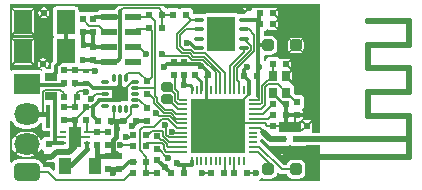
<source format=gtl>
G04 Layer_Physical_Order=1*
G04 Layer_Color=1462238*
%FSLAX25Y25*%
%MOIN*%
G70*
G01*
G75*
G04:AMPARAMS|DCode=10|XSize=19.68mil|YSize=39.37mil|CornerRadius=4.92mil|HoleSize=0mil|Usage=FLASHONLY|Rotation=90.000|XOffset=0mil|YOffset=0mil|HoleType=Round|Shape=RoundedRectangle|*
%AMROUNDEDRECTD10*
21,1,0.01968,0.02953,0,0,90.0*
21,1,0.00984,0.03937,0,0,90.0*
1,1,0.00984,0.01476,0.00492*
1,1,0.00984,0.01476,-0.00492*
1,1,0.00984,-0.01476,-0.00492*
1,1,0.00984,-0.01476,0.00492*
%
%ADD10ROUNDEDRECTD10*%
%ADD11R,0.02362X0.02362*%
G04:AMPARAMS|DCode=12|XSize=39.37mil|YSize=39.37mil|CornerRadius=9.84mil|HoleSize=0mil|Usage=FLASHONLY|Rotation=180.000|XOffset=0mil|YOffset=0mil|HoleType=Round|Shape=RoundedRectangle|*
%AMROUNDEDRECTD12*
21,1,0.03937,0.01968,0,0,180.0*
21,1,0.01968,0.03937,0,0,180.0*
1,1,0.01968,-0.00984,0.00984*
1,1,0.01968,0.00984,0.00984*
1,1,0.01968,0.00984,-0.00984*
1,1,0.01968,-0.00984,-0.00984*
%
%ADD12ROUNDEDRECTD12*%
%ADD13R,0.02953X0.03347*%
%ADD14O,0.03150X0.01575*%
%ADD15R,0.09449X0.11811*%
%ADD16O,0.00787X0.03150*%
%ADD17O,0.03150X0.00787*%
%ADD18R,0.18110X0.18110*%
%ADD19R,0.02362X0.02362*%
G04:AMPARAMS|DCode=20|XSize=31.5mil|YSize=39.37mil|CornerRadius=7.87mil|HoleSize=0mil|Usage=FLASHONLY|Rotation=270.000|XOffset=0mil|YOffset=0mil|HoleType=Round|Shape=RoundedRectangle|*
%AMROUNDEDRECTD20*
21,1,0.03150,0.02362,0,0,270.0*
21,1,0.01575,0.03937,0,0,270.0*
1,1,0.01575,-0.01181,-0.00787*
1,1,0.01575,-0.01181,0.00787*
1,1,0.01575,0.01181,0.00787*
1,1,0.01575,0.01181,-0.00787*
%
%ADD20ROUNDEDRECTD20*%
%ADD21R,0.06299X0.07874*%
%ADD22R,0.05512X0.02362*%
%ADD23R,0.04331X0.05512*%
%ADD24R,0.01378X0.01378*%
%ADD25R,0.01968X0.00984*%
%ADD26R,0.03937X0.07087*%
G04:AMPARAMS|DCode=27|XSize=59.05mil|YSize=86.61mil|CornerRadius=14.76mil|HoleSize=0mil|Usage=FLASHONLY|Rotation=90.000|XOffset=0mil|YOffset=0mil|HoleType=Round|Shape=RoundedRectangle|*
%AMROUNDEDRECTD27*
21,1,0.05905,0.05709,0,0,90.0*
21,1,0.02953,0.08661,0,0,90.0*
1,1,0.02953,0.02854,0.01476*
1,1,0.02953,0.02854,-0.01476*
1,1,0.02953,-0.02854,-0.01476*
1,1,0.02953,-0.02854,0.01476*
%
%ADD27ROUNDEDRECTD27*%
%ADD28R,0.02165X0.01772*%
%ADD29O,0.03150X0.01181*%
%ADD30O,0.01181X0.03150*%
%ADD31R,0.03937X0.02756*%
%ADD32C,0.01181*%
%ADD33C,0.01968*%
%ADD34C,0.00787*%
%ADD35C,0.01063*%
%ADD36C,0.00984*%
%ADD37C,0.00500*%
%ADD38C,0.01575*%
%ADD39C,0.00866*%
%ADD40C,0.01378*%
%ADD41R,0.04528X0.38583*%
%ADD42R,0.02559X0.03543*%
%ADD43R,0.04724X0.12402*%
%ADD44R,0.05512X0.03150*%
%ADD45R,0.07677X0.03740*%
%ADD46R,0.05512X0.05118*%
%ADD47O,0.08661X0.07087*%
%ADD48R,0.08661X0.07087*%
G04:AMPARAMS|DCode=49|XSize=86.61mil|YSize=59.05mil|CornerRadius=14.76mil|HoleSize=0mil|Usage=FLASHONLY|Rotation=0.000|XOffset=0mil|YOffset=0mil|HoleType=Round|Shape=RoundedRectangle|*
%AMROUNDEDRECTD49*
21,1,0.08661,0.02953,0,0,0.0*
21,1,0.05709,0.05905,0,0,0.0*
1,1,0.02953,0.02854,-0.01476*
1,1,0.02953,-0.02854,-0.01476*
1,1,0.02953,-0.02854,0.01476*
1,1,0.02953,0.02854,0.01476*
%
%ADD49ROUNDEDRECTD49*%
%ADD50C,0.02362*%
G36*
X85250Y12612D02*
X85295Y12582D01*
X85305Y12531D01*
X85566Y12141D01*
X85957Y11880D01*
X86417Y11788D01*
X88779D01*
X88791Y11790D01*
X89092Y11340D01*
X89079Y11321D01*
X88942Y10630D01*
X89079Y9939D01*
X89303Y9603D01*
X90539Y10839D01*
X90748Y10630D01*
X90957Y10839D01*
X92193Y9603D01*
X92417Y9939D01*
X92554Y10630D01*
X92417Y11321D01*
X92661Y11855D01*
X92784Y11880D01*
X93174Y12141D01*
X93440D01*
X93831Y11880D01*
X94291Y11788D01*
X96653D01*
X97114Y11880D01*
X97243Y11965D01*
X97245D01*
X97374Y11880D01*
X97835Y11788D01*
X99804D01*
X100216Y11296D01*
X100162Y11024D01*
X100300Y10332D01*
X100524Y9997D01*
X101760Y11232D01*
X102177Y10815D01*
X100942Y9579D01*
X101277Y9355D01*
X101969Y9217D01*
X102660Y9355D01*
X102847Y9480D01*
X103347Y9212D01*
Y7126D01*
X102847Y6859D01*
X102660Y6984D01*
X101969Y7121D01*
X101277Y6984D01*
X100942Y6759D01*
X102177Y5524D01*
X101969Y5315D01*
X102177Y5106D01*
X100942Y3870D01*
X101277Y3646D01*
X101502Y3601D01*
Y3092D01*
X101277Y3047D01*
X100942Y2822D01*
X102177Y1587D01*
X101760Y1169D01*
X100524Y2405D01*
X100300Y2069D01*
X100162Y1378D01*
X100300Y687D01*
X100424Y500D01*
X100157Y0D01*
X82903D01*
X82854Y500D01*
X83008Y531D01*
X83789Y1052D01*
X83998Y913D01*
X84842Y745D01*
X86811D01*
X87656Y913D01*
X88372Y1392D01*
X88851Y2108D01*
X88942Y2568D01*
X89211Y2701D01*
X89489Y2753D01*
X89937Y2454D01*
X90551Y2331D01*
X90551Y2331D01*
X92207D01*
X92252Y2108D01*
X92730Y1392D01*
X93446Y913D01*
X94291Y745D01*
X96260D01*
X97105Y913D01*
X97821Y1392D01*
X98299Y2108D01*
X98468Y2953D01*
Y4921D01*
X98299Y5766D01*
X97821Y6482D01*
X97105Y6961D01*
X96260Y7129D01*
X94291D01*
X93446Y6961D01*
X92730Y6482D01*
X92252Y5766D01*
X92207Y5543D01*
X91216D01*
X84206Y12553D01*
X83849Y12791D01*
X83889Y12992D01*
X83821Y13334D01*
X84282Y13580D01*
X85250Y12612D01*
D02*
G37*
G36*
X100424Y58555D02*
X100300Y58368D01*
X100162Y57677D01*
X100300Y56986D01*
X100524Y56650D01*
X101760Y57886D01*
X102177Y57468D01*
X100942Y56233D01*
X101277Y56008D01*
X101969Y55871D01*
X102660Y56008D01*
X102847Y56133D01*
X103347Y55866D01*
Y54174D01*
X102847Y53906D01*
X102660Y54031D01*
X101969Y54169D01*
X101277Y54031D01*
X100942Y53807D01*
X102177Y52571D01*
X101969Y52362D01*
X102177Y52153D01*
X100942Y50918D01*
X101277Y50693D01*
X101969Y50556D01*
X102660Y50693D01*
X102847Y50818D01*
X103347Y50551D01*
Y48465D01*
X102847Y48198D01*
X102660Y48322D01*
X101969Y48460D01*
X101277Y48322D01*
X100942Y48098D01*
X102177Y46862D01*
X101969Y46654D01*
X102177Y46445D01*
X100942Y45209D01*
X101277Y44985D01*
X101969Y44847D01*
X102660Y44985D01*
X102847Y45109D01*
X103347Y44842D01*
Y42559D01*
X102847Y42292D01*
X102660Y42417D01*
X101969Y42554D01*
X101277Y42417D01*
X100942Y42193D01*
X102177Y40957D01*
X101969Y40748D01*
X102177Y40539D01*
X100942Y39303D01*
X101277Y39079D01*
X101969Y38942D01*
X102660Y39079D01*
X102847Y39204D01*
X103347Y38937D01*
Y36654D01*
X102847Y36387D01*
X102660Y36511D01*
X101969Y36649D01*
X101277Y36511D01*
X100942Y36287D01*
X102177Y35051D01*
X101969Y34843D01*
X102177Y34634D01*
X100942Y33398D01*
X101277Y33174D01*
X101969Y33036D01*
X102660Y33174D01*
X102847Y33298D01*
X103347Y33031D01*
Y30748D01*
X102847Y30481D01*
X102660Y30606D01*
X101969Y30743D01*
X101277Y30606D01*
X100942Y30382D01*
X102177Y29146D01*
X101969Y28937D01*
X102177Y28728D01*
X100942Y27492D01*
X101277Y27268D01*
X101969Y27131D01*
X102660Y27268D01*
X102847Y27393D01*
X103347Y27126D01*
Y24843D01*
X102847Y24576D01*
X102660Y24700D01*
X101969Y24838D01*
X101277Y24700D01*
X100942Y24476D01*
X102177Y23240D01*
X101969Y23031D01*
X102177Y22823D01*
X100942Y21587D01*
X101277Y21363D01*
X101969Y21225D01*
X102660Y21363D01*
X102847Y21487D01*
X103347Y21220D01*
Y18937D01*
X102847Y18670D01*
X102660Y18795D01*
X101969Y18932D01*
X101336Y18807D01*
X101168Y18853D01*
X100836Y19030D01*
Y19685D01*
X100771Y19842D01*
X99225Y18295D01*
X98807Y18713D01*
X100354Y20259D01*
X100197Y20324D01*
X97835D01*
X97800Y20310D01*
X97418Y20693D01*
X97490Y20866D01*
Y23228D01*
X97344Y23581D01*
X97330Y23784D01*
X97435Y24167D01*
X97702Y24345D01*
X97963Y24736D01*
X98055Y25197D01*
Y27559D01*
X97963Y28020D01*
X97702Y28411D01*
X97311Y28672D01*
X96850Y28763D01*
X95151D01*
X94610Y29304D01*
Y31201D01*
X94518Y31662D01*
X94257Y32052D01*
X93866Y32313D01*
X93763Y32334D01*
X93735Y32619D01*
X91720Y34634D01*
X92126Y35039D01*
X91720Y35445D01*
X93785Y37510D01*
X93734Y37757D01*
X93749Y37795D01*
Y40157D01*
X93685Y40314D01*
X92138Y38768D01*
X91720Y39185D01*
X93267Y40732D01*
X93110Y40797D01*
X90748D01*
X90395Y40651D01*
X90193Y40638D01*
X89810Y40742D01*
X89631Y41009D01*
X89240Y41270D01*
X88779Y41362D01*
X86417D01*
X85957Y41270D01*
X85566Y41009D01*
X85305Y40618D01*
X85243Y40307D01*
X84881Y40112D01*
X84713Y40089D01*
X84602Y40177D01*
Y41886D01*
X84842Y42084D01*
X86811D01*
X87656Y42252D01*
X88372Y42730D01*
X88851Y43446D01*
X89019Y44291D01*
Y46260D01*
X88851Y47105D01*
X88372Y47821D01*
X87656Y48300D01*
X86811Y48468D01*
X84842D01*
X84602Y48665D01*
Y50007D01*
X84910Y50068D01*
X85300Y50330D01*
X85479Y50597D01*
X85862Y50701D01*
X86065Y50688D01*
X86417Y50542D01*
X88779D01*
X88936Y50607D01*
X87390Y52153D01*
X87807Y52571D01*
X89354Y51024D01*
X89419Y51181D01*
Y53543D01*
X89325Y53770D01*
X89257Y54134D01*
X89325Y54498D01*
X89419Y54724D01*
Y57087D01*
X89354Y57243D01*
X87807Y55697D01*
X87390Y56114D01*
X88936Y57661D01*
X88779Y57726D01*
X86417D01*
X86065Y57580D01*
X85862Y57567D01*
X85479Y57671D01*
X85300Y57938D01*
X84910Y58199D01*
X84449Y58291D01*
X82087D01*
X81735Y58221D01*
X81478Y58291D01*
X81354Y58555D01*
X81669Y59055D01*
X100157D01*
X100424Y58555D01*
D02*
G37*
G36*
X598Y19901D02*
X1355Y18914D01*
X2342Y18157D01*
X3491Y17681D01*
X4724Y17518D01*
X6299D01*
X7532Y17681D01*
X8682Y18157D01*
X9669Y18914D01*
X9998Y19343D01*
X10627Y19342D01*
X10712Y19230D01*
X10705Y19193D01*
Y17815D01*
X10797Y17354D01*
X11058Y16963D01*
X11449Y16702D01*
X11909Y16611D01*
X13154D01*
Y14787D01*
X11811D01*
X11350Y14695D01*
X10960Y14434D01*
X10699Y14043D01*
X10662Y13860D01*
X10142Y13809D01*
X9910Y14368D01*
X9429Y14996D01*
X6717Y12284D01*
X9429Y9571D01*
X9910Y10199D01*
X10174Y10835D01*
X10694Y10784D01*
X10699Y10760D01*
X10960Y10369D01*
X11227Y10190D01*
X11331Y9808D01*
X11318Y9605D01*
X11172Y9252D01*
Y6890D01*
X11237Y6733D01*
X12783Y8280D01*
X13201Y7862D01*
X11654Y6316D01*
X11811Y6251D01*
X14173D01*
X14437Y6360D01*
X14938Y6097D01*
Y3734D01*
X14476Y3543D01*
X13734Y4285D01*
X13213Y4633D01*
X12598Y4755D01*
X12598Y4755D01*
X11029D01*
X10955Y5320D01*
X10687Y5966D01*
X10261Y6521D01*
X9706Y6947D01*
X9060Y7215D01*
X8366Y7306D01*
X2657D01*
X1964Y7215D01*
X1317Y6947D01*
X762Y6521D01*
X500Y6180D01*
X0Y6349D01*
Y20037D01*
X500Y20137D01*
X598Y19901D01*
D02*
G37*
G36*
X36185Y58555D02*
X36120Y58362D01*
X35534Y57970D01*
X35142Y57384D01*
X35068Y57011D01*
X30118D01*
X29657Y56920D01*
X29267Y56659D01*
X29115Y56432D01*
X28445D01*
X27892Y56322D01*
X26575D01*
X26114Y56231D01*
X25984Y56144D01*
X25855Y56231D01*
X25394Y56322D01*
X23031D01*
X22858Y56465D01*
Y57087D01*
X22766Y57547D01*
X22505Y57938D01*
X22114Y58199D01*
X21654Y58291D01*
X15354D01*
X14894Y58199D01*
X14503Y57938D01*
X14242Y57547D01*
X14150Y57087D01*
Y49213D01*
X14242Y48752D01*
X14503Y48361D01*
Y48096D01*
X14242Y47705D01*
X14150Y47244D01*
Y39736D01*
X14077Y39663D01*
X13686Y39077D01*
X13548Y38386D01*
Y37229D01*
X12202D01*
X12051Y37729D01*
X11024Y38756D01*
X9997Y37729D01*
X10332Y37504D01*
X10518Y37467D01*
X10631Y36935D01*
X10474Y36825D01*
X10303Y36939D01*
X9843Y37031D01*
X1181D01*
X720Y36939D01*
X500Y36792D01*
X0Y37016D01*
Y59055D01*
X35853D01*
X36185Y58555D01*
D02*
G37*
G36*
X77983Y58555D02*
X77859Y58368D01*
X77721Y57677D01*
X77859Y56986D01*
X78083Y56650D01*
X79319Y57886D01*
X79736Y57468D01*
X78462Y56195D01*
X78327Y55747D01*
X77165D01*
X76397Y55594D01*
X76132Y55647D01*
X76048Y55773D01*
X75658Y56034D01*
X75197Y56125D01*
X65748D01*
X65287Y56034D01*
X64897Y55773D01*
X64812Y55647D01*
X64548Y55594D01*
X63779Y55747D01*
X62205D01*
X61547Y55616D01*
X61047Y55889D01*
Y56496D01*
X60955Y56957D01*
X60694Y57348D01*
X60303Y57609D01*
X59842Y57700D01*
X57480D01*
X57020Y57609D01*
X56629Y57348D01*
X56363D01*
X55973Y57609D01*
X55512Y57700D01*
X53150D01*
X52689Y57609D01*
X52559Y57522D01*
X52429Y57609D01*
X51968Y57700D01*
X51854D01*
X50999Y58555D01*
X51206Y59055D01*
X77716D01*
X77983Y58555D01*
D02*
G37*
%LPC*%
G36*
X90748Y10212D02*
X89721Y9185D01*
X90057Y8961D01*
X90748Y8824D01*
X91439Y8961D01*
X91775Y9185D01*
X90748Y10212D01*
D02*
G37*
G36*
X100524Y6342D02*
X100300Y6006D01*
X100162Y5315D01*
X100300Y4624D01*
X100524Y4288D01*
X101551Y5315D01*
X100524Y6342D01*
D02*
G37*
G36*
Y35870D02*
X100300Y35534D01*
X100162Y34843D01*
X100300Y34151D01*
X100524Y33816D01*
X101551Y34843D01*
X100524Y35870D01*
D02*
G37*
G36*
Y41775D02*
X100300Y41439D01*
X100162Y40748D01*
X100300Y40057D01*
X100524Y39721D01*
X101551Y40748D01*
X100524Y41775D01*
D02*
G37*
G36*
X93980Y36869D02*
X92150Y35039D01*
X93980Y33209D01*
X94045Y33366D01*
Y36713D01*
X93980Y36869D01*
D02*
G37*
G36*
X100524Y29964D02*
X100300Y29628D01*
X100162Y28937D01*
X100300Y28246D01*
X100524Y27910D01*
X101551Y28937D01*
X100524Y29964D01*
D02*
G37*
G36*
Y24058D02*
X100300Y23723D01*
X100162Y23031D01*
X100300Y22340D01*
X100524Y22005D01*
X101551Y23031D01*
X100524Y24058D01*
D02*
G37*
G36*
Y53389D02*
X100300Y53053D01*
X100162Y52362D01*
X100300Y51671D01*
X100524Y51335D01*
X101551Y52362D01*
X100524Y53389D01*
D02*
G37*
G36*
X92989Y47145D02*
X92808Y46874D01*
X92686Y46260D01*
Y44291D01*
X92808Y43677D01*
X92989Y43406D01*
X94858Y45276D01*
X92989Y47145D01*
D02*
G37*
G36*
X97562Y47145D02*
X95693Y45276D01*
X97562Y43406D01*
X97743Y43677D01*
X97865Y44291D01*
Y46260D01*
X97743Y46874D01*
X97562Y47145D01*
D02*
G37*
G36*
X95276Y44858D02*
X93406Y42989D01*
X93677Y42808D01*
X94291Y42686D01*
X96260D01*
X96874Y42808D01*
X97145Y42989D01*
X95276Y44858D01*
D02*
G37*
G36*
X96260Y47866D02*
X94291D01*
X93677Y47743D01*
X93406Y47563D01*
X95276Y45693D01*
X97145Y47563D01*
X96874Y47743D01*
X96260Y47866D01*
D02*
G37*
G36*
X100524Y47681D02*
X100300Y47345D01*
X100162Y46654D01*
X100300Y45962D01*
X100524Y45627D01*
X101551Y46654D01*
X100524Y47681D01*
D02*
G37*
G36*
X1595Y14996D02*
X1113Y14368D01*
X697Y13363D01*
X555Y12284D01*
X697Y11204D01*
X1113Y10199D01*
X1595Y9571D01*
X4307Y12284D01*
X1595Y14996D01*
D02*
G37*
G36*
X6299Y16453D02*
X4724D01*
X3645Y16311D01*
X2640Y15894D01*
X2012Y15413D01*
X4933Y12492D01*
X4724Y12284D01*
X4933Y12075D01*
X2012Y9154D01*
X2640Y8672D01*
X3645Y8256D01*
X4724Y8114D01*
X6299D01*
X7378Y8256D01*
X8384Y8672D01*
X9011Y9154D01*
X6090Y12075D01*
X6299Y12284D01*
X6090Y12492D01*
X9011Y15413D01*
X8384Y15894D01*
X7378Y16311D01*
X6299Y16453D01*
D02*
G37*
G36*
X12468Y40200D02*
X11441Y39173D01*
X12468Y38146D01*
X12693Y38482D01*
X12830Y39173D01*
X12693Y39865D01*
X12468Y40200D01*
D02*
G37*
G36*
X9579D02*
X9355Y39865D01*
X9217Y39173D01*
X9355Y38482D01*
X9579Y38146D01*
X10606Y39173D01*
X9579Y40200D01*
D02*
G37*
G36*
X11024Y40980D02*
X10332Y40842D01*
X9997Y40618D01*
X11024Y39591D01*
X12051Y40618D01*
X11715Y40842D01*
X11024Y40980D01*
D02*
G37*
G36*
X4331Y42102D02*
X1024Y38796D01*
X1181Y38731D01*
X7480D01*
X7637Y38796D01*
X4331Y42102D01*
D02*
G37*
G36*
X11220Y55685D02*
X10193Y54658D01*
X10529Y54434D01*
X11220Y54296D01*
X11912Y54434D01*
X12247Y54658D01*
X11220Y55685D01*
D02*
G37*
G36*
X8055Y57243D02*
X4540Y53728D01*
X4331Y53937D01*
X4122Y53728D01*
X607Y57243D01*
X542Y57087D01*
Y49213D01*
X607Y49056D01*
X4122Y52571D01*
X4331Y52362D01*
X4540Y52571D01*
X8055Y49056D01*
X8119Y49213D01*
Y57087D01*
X8055Y57243D01*
D02*
G37*
G36*
X7480Y57726D02*
X1181D01*
X1024Y57661D01*
X4331Y54355D01*
X7637Y57661D01*
X7480Y57726D01*
D02*
G37*
G36*
X11220Y57909D02*
X10529Y57771D01*
X10193Y57547D01*
X11220Y56520D01*
X12247Y57547D01*
X11912Y57771D01*
X11220Y57909D01*
D02*
G37*
G36*
X12665Y57129D02*
X11638Y56102D01*
X12665Y55075D01*
X12889Y55411D01*
X13027Y56102D01*
X12889Y56794D01*
X12665Y57129D01*
D02*
G37*
G36*
X9776D02*
X9552Y56794D01*
X9414Y56102D01*
X9552Y55411D01*
X9776Y55075D01*
X10803Y56102D01*
X9776Y57129D01*
D02*
G37*
G36*
X4331Y51945D02*
X1024Y48638D01*
X1181Y48573D01*
X7480D01*
X7637Y48638D01*
X4331Y51945D01*
D02*
G37*
G36*
X8055Y47401D02*
X4540Y43886D01*
X4331Y44094D01*
X4122Y43886D01*
X607Y47401D01*
X542Y47244D01*
Y39370D01*
X607Y39213D01*
X4122Y42728D01*
X4331Y42520D01*
X4540Y42728D01*
X8055Y39213D01*
X8119Y39370D01*
Y47244D01*
X8055Y47401D01*
D02*
G37*
G36*
X7480Y47883D02*
X1181D01*
X1024Y47818D01*
X4331Y44512D01*
X7637Y47818D01*
X7480Y47883D01*
D02*
G37*
%LPD*%
D10*
X132087Y8071D02*
D03*
Y21850D02*
D03*
X120276D02*
D03*
Y29724D02*
D03*
X132087D02*
D03*
Y37598D02*
D03*
X120276D02*
D03*
Y45472D02*
D03*
X132087D02*
D03*
Y53347D02*
D03*
X120276D02*
D03*
D11*
X99016Y18504D02*
D03*
Y14173D02*
D03*
X36220Y8465D02*
D03*
Y4134D02*
D03*
X32677D02*
D03*
Y8465D02*
D03*
X87598Y14173D02*
D03*
Y18504D02*
D03*
X54528Y39567D02*
D03*
Y35236D02*
D03*
X58071Y39567D02*
D03*
Y35236D02*
D03*
X95669Y26378D02*
D03*
Y22047D02*
D03*
X49016Y7087D02*
D03*
Y2756D02*
D03*
Y14961D02*
D03*
Y10630D02*
D03*
X32677Y16339D02*
D03*
Y12008D02*
D03*
X29134Y16339D02*
D03*
Y12008D02*
D03*
X45669Y24409D02*
D03*
Y20079D02*
D03*
Y33268D02*
D03*
Y28937D02*
D03*
X12992Y8071D02*
D03*
Y12402D02*
D03*
X25197Y20276D02*
D03*
Y24606D02*
D03*
X24213Y53937D02*
D03*
Y49606D02*
D03*
X27756Y53937D02*
D03*
Y49606D02*
D03*
Y40354D02*
D03*
Y44685D02*
D03*
X18110Y20276D02*
D03*
Y24606D02*
D03*
X21654Y20276D02*
D03*
Y24606D02*
D03*
X18110Y37008D02*
D03*
Y32677D02*
D03*
X21654D02*
D03*
Y37008D02*
D03*
D12*
X95276Y45276D02*
D03*
X85827Y3937D02*
D03*
X95276D02*
D03*
X85827Y45276D02*
D03*
D13*
X91929Y35039D02*
D03*
X87598D02*
D03*
Y29528D02*
D03*
X91929D02*
D03*
D14*
X77953Y53740D02*
D03*
Y50591D02*
D03*
Y44291D02*
D03*
Y47441D02*
D03*
X62992Y50591D02*
D03*
Y53740D02*
D03*
Y47441D02*
D03*
Y44291D02*
D03*
D15*
X70472Y49016D02*
D03*
D16*
X76378Y30315D02*
D03*
X77953D02*
D03*
X74803D02*
D03*
X73228D02*
D03*
X66929D02*
D03*
X68504D02*
D03*
X71653D02*
D03*
X70079D02*
D03*
X63779D02*
D03*
X65354D02*
D03*
X62205D02*
D03*
X60630D02*
D03*
Y6693D02*
D03*
X62205D02*
D03*
X65354D02*
D03*
X63779D02*
D03*
X70079D02*
D03*
X71653D02*
D03*
X68504D02*
D03*
X66929D02*
D03*
X73228D02*
D03*
X74803D02*
D03*
X77953D02*
D03*
X76378D02*
D03*
D17*
X81102Y27165D02*
D03*
Y25591D02*
D03*
Y22441D02*
D03*
Y24016D02*
D03*
Y17717D02*
D03*
Y16142D02*
D03*
Y19291D02*
D03*
Y20866D02*
D03*
Y14567D02*
D03*
Y12992D02*
D03*
Y9843D02*
D03*
Y11417D02*
D03*
X57480D02*
D03*
Y9843D02*
D03*
Y12992D02*
D03*
Y14567D02*
D03*
Y20866D02*
D03*
Y19291D02*
D03*
Y16142D02*
D03*
Y17717D02*
D03*
Y24016D02*
D03*
Y22441D02*
D03*
Y25591D02*
D03*
Y27165D02*
D03*
D18*
X69291Y18504D02*
D03*
D19*
X58661Y55315D02*
D03*
X54331D02*
D03*
X46457D02*
D03*
X50787D02*
D03*
X46457Y50984D02*
D03*
X50787D02*
D03*
X95472Y14173D02*
D03*
X91142D02*
D03*
X83268Y55905D02*
D03*
X87598D02*
D03*
X83268Y52362D02*
D03*
X87598D02*
D03*
X33661Y20079D02*
D03*
X29331D02*
D03*
X87598Y22047D02*
D03*
X91929D02*
D03*
X87598Y25591D02*
D03*
X91929D02*
D03*
X65945Y35236D02*
D03*
X61614D02*
D03*
X77953Y35039D02*
D03*
X82284D02*
D03*
X87598Y38976D02*
D03*
X91929D02*
D03*
X79134Y2756D02*
D03*
X74803D02*
D03*
X66929D02*
D03*
X71260D02*
D03*
X53543D02*
D03*
X57874D02*
D03*
X45472D02*
D03*
X41142D02*
D03*
Y6299D02*
D03*
X45472D02*
D03*
Y11811D02*
D03*
X41142D02*
D03*
X45472Y15354D02*
D03*
X41142D02*
D03*
X37795Y20079D02*
D03*
X42126D02*
D03*
X22244Y27953D02*
D03*
X17913D02*
D03*
D20*
X52165Y27362D02*
D03*
Y31299D02*
D03*
D21*
X18504Y53150D02*
D03*
X4331D02*
D03*
X18504Y43307D02*
D03*
X4331D02*
D03*
D22*
X41142Y39862D02*
D03*
Y44783D02*
D03*
Y49705D02*
D03*
Y54626D02*
D03*
X32874Y39862D02*
D03*
Y44783D02*
D03*
Y49705D02*
D03*
Y54626D02*
D03*
D23*
X28150Y4922D02*
D03*
X18307Y4921D02*
D03*
D24*
X12598Y18504D02*
D03*
X14961D02*
D03*
X12598Y21654D02*
D03*
X14961D02*
D03*
X12598Y24803D02*
D03*
X14961D02*
D03*
D25*
X25591Y12598D02*
D03*
Y14567D02*
D03*
Y16535D02*
D03*
X17717D02*
D03*
Y14567D02*
D03*
Y12598D02*
D03*
D26*
X21654Y14567D02*
D03*
D27*
X5512Y3150D02*
D03*
D28*
X25197Y36811D02*
D03*
Y32874D02*
D03*
D29*
X41732Y29134D02*
D03*
Y27165D02*
D03*
Y25197D02*
D03*
Y31102D02*
D03*
Y33071D02*
D03*
X31496Y25197D02*
D03*
Y27165D02*
D03*
Y33071D02*
D03*
Y31102D02*
D03*
Y29134D02*
D03*
D30*
X36614Y24016D02*
D03*
X38583D02*
D03*
X34646D02*
D03*
X38583Y34252D02*
D03*
X34646D02*
D03*
X36614D02*
D03*
D31*
X13779Y34647D02*
D03*
X13779Y28348D02*
D03*
D32*
X49016Y7087D02*
X53543Y2559D01*
X36614Y31102D02*
Y34252D01*
Y27165D02*
Y31102D01*
X54528Y39055D02*
Y39567D01*
X57874Y5512D02*
X60630D01*
X56102D02*
X57874D01*
X57874Y5512D02*
X57874Y5512D01*
X57874Y2756D02*
Y5512D01*
X55709Y5906D02*
X56102Y5512D01*
X60630D02*
Y6693D01*
X61811Y44291D02*
X62992D01*
X60039Y46063D02*
X61811Y44291D01*
X58858Y46063D02*
X60039D01*
X50787Y51181D02*
X50984Y50984D01*
X24409Y40354D02*
X24409Y40354D01*
X27756D01*
X82874Y52362D02*
Y55905D01*
X65354Y22441D02*
X69291Y18504D01*
X65354Y34646D02*
X65945Y35236D01*
X58071Y32087D02*
Y35236D01*
X36811Y54921D02*
Y56693D01*
X32874Y54626D02*
X36516D01*
X36811Y54921D01*
X27854Y44783D02*
X32874D01*
X27559Y21850D02*
X29331Y20079D01*
X32874Y39862D02*
X33169Y40157D01*
X35827D01*
X36811Y41142D01*
Y54921D01*
X28248Y39862D02*
X32874D01*
X27756Y40354D02*
X28248Y39862D01*
X27756Y53937D02*
X28445Y54626D01*
X32874D01*
X32677Y4134D02*
X36220D01*
X39567Y6299D02*
X41535D01*
X21654Y14567D02*
Y20276D01*
X18110D02*
X21654D01*
X25591Y10827D02*
Y12598D01*
X14961Y14567D02*
Y18504D01*
Y12598D02*
Y14567D01*
Y12598D02*
X17717D01*
X12992Y12402D02*
X13189Y12598D01*
X14961D01*
X5709Y32087D02*
X18110D01*
X5512Y32283D02*
X5709Y32087D01*
X18504Y43307D02*
Y53150D01*
Y41535D02*
Y43307D01*
X15354Y38386D02*
X18504Y41535D01*
X15354Y36222D02*
Y38386D01*
X13779Y34647D02*
X15354Y36222D01*
X14961Y24803D02*
Y27166D01*
Y21654D02*
Y24803D01*
Y18504D02*
Y21654D01*
X13779Y28348D02*
X14961Y27166D01*
X12598Y21654D02*
Y24803D01*
Y18504D02*
Y21654D01*
X77953Y53740D02*
X82087D01*
X82795Y53031D01*
X82284Y35039D02*
X82795D01*
X82284D02*
X82677Y34646D01*
Y28346D02*
Y34646D01*
X77953Y35039D02*
X79724Y33268D01*
Y29134D02*
Y33268D01*
X31496Y27165D02*
X36614D01*
X36614Y27165D01*
X31496Y31102D02*
X36417D01*
X27756D02*
X31496D01*
X29724Y27165D02*
X31496D01*
X58071Y39567D02*
X58583Y39055D01*
X65945Y35236D02*
Y36378D01*
X58583Y39055D02*
X63268D01*
X63583Y38740D01*
Y38386D02*
Y38740D01*
X65945Y36378D01*
X82795Y45276D02*
X86811D01*
X82795Y35039D02*
Y45276D01*
Y53031D01*
X84055Y13386D02*
X86417Y11024D01*
X84055Y13386D02*
Y13386D01*
X91929Y22244D02*
Y25197D01*
X92126Y22047D02*
X95079D01*
X98032D01*
X91929Y25197D02*
X92126Y25394D01*
X77953Y35039D02*
Y37008D01*
X79134Y38189D01*
X21654Y32087D02*
X22047Y32480D01*
X26378D01*
X27756Y31102D01*
X27559Y21850D02*
Y24606D01*
Y25000D01*
X42126Y20079D02*
X45669D01*
X42126Y19685D02*
Y20079D01*
X40555Y18114D02*
Y18114D01*
X40748Y18307D01*
X40551Y18110D02*
X40555Y18114D01*
X42126Y19685D01*
X37598Y4331D02*
X39567Y6299D01*
X51696Y4603D02*
X53543Y2756D01*
X51696Y4603D02*
Y4815D01*
X53543Y2559D02*
X53543D01*
X91929Y19882D02*
Y22047D01*
Y19882D02*
X92126Y19685D01*
X91929Y22244D02*
X92126Y22047D01*
X98032D02*
X98228Y22244D01*
X53937Y38976D02*
X54528Y39567D01*
X52362Y38976D02*
X53937D01*
X51378Y37992D02*
X52362Y38976D01*
X54528Y39055D02*
X58583D01*
X24213Y45866D02*
Y49606D01*
X24606Y45276D02*
X27559D01*
X27756Y44685D02*
Y44882D01*
Y48622D01*
Y44882D02*
X27854Y44783D01*
X24213Y49606D02*
X27756D01*
D33*
X99410Y8071D02*
X133071D01*
Y14173D01*
Y45472D02*
Y53347D01*
X119291D02*
X133071D01*
X119291Y45472D02*
X133071D01*
X119291Y37598D02*
Y45472D01*
Y37598D02*
X133071D01*
Y29724D02*
Y37598D01*
X119291Y29724D02*
X133071D01*
X119291Y21850D02*
Y29724D01*
Y21850D02*
X133071D01*
Y14173D02*
Y21850D01*
X99016Y14173D02*
X133071D01*
X91142D02*
X91339D01*
X87598D02*
X91142D01*
X84449Y16535D02*
X86811Y14173D01*
X87598D01*
X95472D02*
X99016D01*
X5512Y12284D02*
X9724Y8071D01*
X12992D01*
X13780D01*
X15551Y9843D01*
X19685D01*
X21654Y11811D01*
Y14567D01*
D34*
X83268Y17717D02*
X84449Y16535D01*
X86811Y3937D02*
Y5660D01*
X82628Y9843D02*
X86811Y5660D01*
X81102Y9843D02*
X82628D01*
X36614Y31102D02*
X38583D01*
X36417D02*
X36614D01*
X40551Y33071D02*
Y33071D01*
X38583Y31102D02*
X40551Y33071D01*
Y33071D02*
X41732D01*
X50787Y55315D02*
X54331D01*
X50787Y51181D02*
Y55315D01*
Y56496D01*
X49606Y57677D02*
X50787Y56496D01*
X37795Y57677D02*
X49606D01*
X36811Y56693D02*
X37795Y57677D01*
X33661Y19675D02*
Y20079D01*
X33661Y19675D02*
X33661Y19675D01*
X25591Y16535D02*
X29331D01*
X25197Y20276D02*
X25591Y19882D01*
Y16535D02*
Y19882D01*
X5512Y3150D02*
X12598D01*
X21654Y14567D02*
X25591D01*
X29331Y16535D02*
X32480D01*
X29331D02*
X29724Y16929D01*
X29134Y16339D02*
X29331Y16535D01*
X32480D02*
X32677Y16339D01*
X82677Y28346D02*
X82874Y28150D01*
X82874Y27165D02*
X82874Y27165D01*
X81102Y27165D02*
X82874D01*
X82874Y27165D02*
Y28150D01*
X79724Y28937D02*
Y29134D01*
X70079Y19291D02*
X81102D01*
X69291Y18504D02*
X70079Y19291D01*
X79724Y28937D01*
X81102Y17717D02*
X83268D01*
X81102Y19291D02*
X84842D01*
X85630Y18504D01*
X88779D01*
X88779Y18504D01*
X93701D01*
X95079Y19882D01*
X34646Y21063D02*
Y24016D01*
X33661Y20079D02*
X34646Y21063D01*
X41535Y25000D02*
X41732Y25197D01*
X40354Y25000D02*
X41535D01*
X40354Y22441D02*
Y25000D01*
X37992Y20079D02*
X40354Y22441D01*
X41732Y27165D02*
X43110D01*
X45866Y24409D01*
X99016Y22047D02*
X99410Y22441D01*
X91929Y35039D02*
X93898Y33071D01*
X94685D01*
X21654Y20276D02*
Y20472D01*
X25197Y24016D01*
Y24606D01*
X27559D01*
X27559Y24606D01*
X38083Y484D02*
X40354Y2756D01*
X12598Y3150D02*
X15264Y484D01*
X38083D01*
X95079Y19882D02*
Y22047D01*
X98032D02*
X99016D01*
X54528Y35236D02*
X55028Y34736D01*
Y30645D02*
Y34736D01*
Y30645D02*
X56065Y29608D01*
Y27400D02*
Y29608D01*
Y27400D02*
X56102Y27362D01*
X81102Y11417D02*
X83071D01*
X90551Y3937D01*
X94488D01*
X94882D01*
D35*
X65354Y22441D02*
Y30315D01*
Y34646D01*
X27559Y25000D02*
X29724Y27165D01*
D36*
X61614Y35236D02*
X63779Y33071D01*
Y30315D02*
Y33071D01*
X58071Y32087D02*
X60039D01*
X60630Y31496D01*
Y30315D02*
Y31496D01*
D37*
X74803Y2756D02*
Y6693D01*
X71653Y3150D02*
Y6693D01*
X14961Y14567D02*
X17717D01*
X16732Y30512D02*
X17913Y29331D01*
X11536Y30512D02*
X16732D01*
X10827Y29802D02*
X11536Y30512D01*
X10827Y22284D02*
Y29802D01*
X17913Y27953D02*
Y29331D01*
X18110Y24606D02*
X21654D01*
Y27362D01*
X22244Y27953D01*
Y29331D01*
X22835Y29921D01*
X25118D01*
X28740Y29134D02*
X31496D01*
X27953Y37008D02*
X28150Y36811D01*
X18110Y37008D02*
X21654D01*
X31791Y49705D02*
X32874D01*
X29724Y51772D02*
X31791Y49705D01*
X26378Y51772D02*
X29724D01*
X24213Y53937D02*
X26378Y51772D01*
X41142Y49705D02*
X42028Y50591D01*
X46260D01*
X42815Y44783D02*
X45276Y42323D01*
X47244Y34646D02*
Y50197D01*
X45866Y33268D02*
X47244Y34646D01*
X46457Y50984D02*
X46555Y50886D01*
X47244Y50197D01*
X43110Y36024D02*
X45866Y33268D01*
X39370Y36024D02*
X43110D01*
X38583Y35236D02*
X39370Y36024D01*
X38583Y34252D02*
Y35236D01*
X51378Y41732D02*
X59449D01*
X50787Y42323D02*
X51378Y41732D01*
X59449D02*
X60630Y40551D01*
X59863Y42732D02*
X61044Y41551D01*
X57284Y42732D02*
X59863D01*
X55512Y44504D02*
X57284Y42732D01*
X58661Y55315D02*
X60236Y53740D01*
X55512Y49016D02*
X60236Y53740D01*
X60236D02*
X60236D01*
X62992D01*
X55512Y44504D02*
Y49016D01*
X61044Y41551D02*
X64748D01*
X70079Y36220D01*
Y30315D02*
Y36220D01*
X60630Y40551D02*
X64334D01*
X68504Y36381D01*
Y30315D02*
Y36381D01*
X61453Y42754D02*
X64960D01*
X60474Y43732D02*
X61453Y42754D01*
X57874Y43732D02*
X60474D01*
X56512Y45094D02*
X57874Y43732D01*
X56512Y45094D02*
Y48601D01*
X58501Y50591D01*
X62992D01*
X73228Y30315D02*
X73228Y30315D01*
X77953Y47441D02*
X80315Y45079D01*
X76378Y30315D02*
Y33071D01*
X79528Y50591D02*
X81315Y48803D01*
X77953Y50591D02*
X79528D01*
X75803Y33646D02*
X76378Y33071D01*
X87598Y35039D02*
Y38976D01*
X83465Y25591D02*
X84018Y26144D01*
X81102Y25591D02*
X83465D01*
X81102Y24016D02*
X83661D01*
X85018Y25372D01*
X86221Y33661D02*
X87598Y35039D01*
X85018Y25372D02*
Y31278D01*
X86024Y32283D01*
X89173D01*
X84018Y26144D02*
Y31852D01*
X85827Y33661D01*
X86221D01*
X84449Y22441D02*
X87598Y25591D01*
X80905Y22441D02*
X81102D01*
X84449D01*
X81102Y20866D02*
X86024D01*
X87402Y22244D01*
X64370Y2756D02*
X66929D01*
X79528D02*
X82087D01*
X71653Y30315D02*
X71653Y30315D01*
X71653Y30315D02*
Y36060D01*
X64960Y42754D02*
X71653Y36060D01*
X45472Y11811D02*
Y12561D01*
X50628D01*
X57480Y9843D02*
X57677D01*
X51181Y10630D02*
X51968Y9843D01*
X51181Y10630D02*
Y12008D01*
X51968Y9843D02*
X57480D01*
X50628Y12561D02*
X51181Y12008D01*
X52559Y11417D02*
X57480D01*
X52559Y11417D02*
X52559Y11417D01*
X52181Y11795D02*
X52559Y11417D01*
X52181Y11795D02*
Y12422D01*
X51042Y13561D02*
X52181Y12422D01*
X50415Y13561D02*
X51042D01*
X49409Y14567D02*
X50415Y13561D01*
X49409Y14567D02*
Y15157D01*
X49016Y10630D02*
X49606D01*
X52362Y7874D01*
X53025Y12992D02*
X57480D01*
X50947Y15070D02*
X53025Y12992D01*
X47365Y16732D02*
X47524Y16892D01*
X47244Y16732D02*
X47365D01*
X45866Y15354D02*
X47244Y16732D01*
X45472Y15354D02*
X45866D01*
X52865Y14567D02*
X57480D01*
X51947Y15485D02*
X52865Y14567D01*
X53528Y26554D02*
Y26591D01*
X52362Y27756D02*
X53528Y26591D01*
X48425Y28384D02*
Y31102D01*
Y53347D01*
X41732Y31102D02*
X48425D01*
X45866Y28937D02*
X46458D01*
X48053Y27342D01*
X48425Y28384D02*
X49053Y27756D01*
X54516Y16142D02*
X57480D01*
X51947Y15485D02*
Y18285D01*
X45472Y2756D02*
Y6299D01*
Y8071D01*
Y2756D02*
X48622D01*
X43307Y10236D02*
X45472Y8071D01*
X43307Y10236D02*
Y16929D01*
X44291Y17913D01*
X49053Y26332D02*
Y27756D01*
X48053Y25918D02*
Y27342D01*
X55905Y25591D02*
X57480D01*
X53528Y26554D02*
X56066Y24016D01*
X57480D01*
X55672Y17717D02*
X57480D01*
X55512Y19291D02*
X57480D01*
X55389Y20866D02*
X57480D01*
X55315Y22441D02*
X57480D01*
X54921Y26575D02*
X55905Y25591D01*
X54921Y26575D02*
Y29134D01*
X53347Y30709D02*
X54921Y29134D01*
X54124Y23632D02*
X55315Y22441D01*
X53623Y22632D02*
X55389Y20866D01*
X52757Y20632D02*
X55672Y17717D01*
X47524Y16892D02*
X50507D01*
X50947Y16452D01*
Y15070D02*
Y16452D01*
X49606Y21654D02*
X49606D01*
X26871Y27264D02*
X28740Y29134D01*
X51947Y18285D02*
X51968Y18307D01*
X21654Y37008D02*
X27953D01*
X41142Y54626D02*
X45965D01*
X46457Y55118D01*
X46555Y55216D02*
X48425Y53347D01*
X96850Y16929D02*
X97244D01*
X98032Y17717D01*
X92323Y29528D02*
X95472Y26378D01*
X91535Y29528D02*
X91929D01*
X92323D01*
X89173Y32283D02*
X91929Y29528D01*
X91929Y38976D02*
X92126D01*
X93898Y37205D01*
X87598Y52362D02*
X87795D01*
X87598Y55905D02*
X87795D01*
X89567Y54134D01*
X89764Y53937D01*
X87795Y52362D02*
X89567Y54134D01*
X73228Y30315D02*
Y38386D01*
X77953Y43110D01*
Y44291D01*
X75803Y33646D02*
Y37811D01*
X74803Y38225D02*
X79332Y42754D01*
X79377D01*
X75803Y37811D02*
X79746Y41754D01*
X79791D01*
X81315Y43278D01*
X79377Y42754D02*
X80315Y43692D01*
Y45079D01*
X74803Y30315D02*
Y38225D01*
X81315Y43278D02*
Y48803D01*
X35433Y58661D02*
X35592Y58821D01*
X51734D01*
X51772Y58858D01*
X97342Y20177D02*
X99016Y18504D01*
X99213D01*
X96457Y19291D02*
X97342Y20177D01*
X64173Y2559D02*
X64370Y2756D01*
X25118Y29921D02*
X25197Y29842D01*
X40748Y14961D02*
X41142Y15354D01*
X36692Y12213D02*
X41134D01*
X41142Y12205D01*
X40551Y15157D02*
X40748Y14961D01*
X39764Y14370D02*
X40551Y15157D01*
X39567Y14567D02*
X39764Y14370D01*
X38583Y14567D02*
X39567D01*
X44291Y17913D02*
X48031D01*
X50750Y20632D01*
X52757D01*
X48622Y22638D02*
X49606Y21654D01*
X53150D01*
X55512Y19291D01*
X48053Y25918D02*
X51317Y22654D01*
X53564D01*
X53585Y22632D01*
X53623D01*
X49053Y26332D02*
X51731Y23653D01*
X53978D01*
X54000Y23632D01*
X54124D01*
D38*
X33661Y19675D02*
Y20079D01*
X29134Y8465D02*
Y12008D01*
Y8465D02*
X29134Y8465D01*
X32677D01*
X18307Y5512D02*
X20276D01*
X25591Y10827D01*
X10827Y22284D02*
X11850D01*
X5512D02*
X10827D01*
X35433Y9252D02*
Y9539D01*
X34224Y8493D02*
X34252Y8465D01*
X34224Y13263D02*
X34252D01*
Y13583D01*
X35433Y9252D02*
X36220Y8465D01*
X36220Y8465D01*
X34252Y9539D02*
X35433D01*
X34224Y8493D02*
Y13263D01*
X34252Y8465D02*
X36220D01*
X35433Y20079D02*
X37795D01*
X37992D01*
X33661D02*
X35433D01*
X34391Y13870D02*
X35146Y14624D01*
Y14673D01*
X35433Y14961D01*
Y20079D01*
X29134Y5118D02*
Y8465D01*
X34252D01*
D39*
X91339Y25591D02*
X91929D01*
X87795Y29134D02*
X91339Y25591D01*
D40*
X87000Y58276D02*
X87008Y58268D01*
X81594Y58276D02*
X87000D01*
X81586Y58268D02*
X81594Y58276D01*
X76378Y58268D02*
X81586D01*
D41*
X101083Y39764D02*
D03*
D42*
X102067Y17717D02*
D03*
D43*
X100984Y6201D02*
D03*
D44*
X90748Y10236D02*
D03*
D45*
X93405Y18209D02*
D03*
D46*
X36614Y29134D02*
D03*
D47*
X5512Y12284D02*
D03*
Y22284D02*
D03*
D48*
Y32283D02*
D03*
D49*
Y3150D02*
D03*
D50*
X101969Y5315D02*
D03*
Y11024D02*
D03*
Y17126D02*
D03*
X24606Y45276D02*
D03*
X82874Y38189D02*
D03*
X55709Y5906D02*
D03*
X58858Y46063D02*
D03*
X24409Y40354D02*
D03*
X58071Y32087D02*
D03*
X50787Y42323D02*
D03*
X82087Y2756D02*
D03*
X63976D02*
D03*
X45276Y42323D02*
D03*
X28150Y36811D02*
D03*
X26871Y27468D02*
D03*
X63583Y38386D02*
D03*
X52559Y7677D02*
D03*
X48531Y22708D02*
D03*
X53937Y16535D02*
D03*
X51575Y18701D02*
D03*
X101969Y1378D02*
D03*
Y23031D02*
D03*
Y28937D02*
D03*
Y34843D02*
D03*
Y40748D02*
D03*
Y46654D02*
D03*
Y52362D02*
D03*
Y57677D02*
D03*
X11220Y56102D02*
D03*
X79134Y38189D02*
D03*
X79527Y57677D02*
D03*
X11024Y39173D02*
D03*
X90748Y10630D02*
D03*
Y17520D02*
D03*
X25197Y29842D02*
D03*
X36692Y12213D02*
D03*
X76181Y18701D02*
D03*
X62598Y18701D02*
D03*
X69488Y25591D02*
D03*
X36614Y31102D02*
D03*
X38583Y14567D02*
D03*
X40748Y18307D02*
D03*
X35630Y17520D02*
D03*
X34449Y2559D02*
D03*
X51696Y4815D02*
D03*
X51378Y37992D02*
D03*
X21654Y16535D02*
D03*
M02*

</source>
